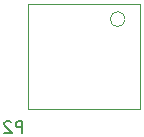
<source format=gbr>
G04 #@! TF.GenerationSoftware,KiCad,Pcbnew,7.0.11+dfsg-1build4*
G04 #@! TF.CreationDate,2025-06-25T18:53:50-04:00*
G04 #@! TF.ProjectId,pmod_1553,706d6f64-5f31-4353-9533-2e6b69636164,rev?*
G04 #@! TF.SameCoordinates,Original*
G04 #@! TF.FileFunction,Legend,Bot*
G04 #@! TF.FilePolarity,Positive*
%FSLAX46Y46*%
G04 Gerber Fmt 4.6, Leading zero omitted, Abs format (unit mm)*
G04 Created by KiCad (PCBNEW 7.0.11+dfsg-1build4) date 2025-06-25 18:53:50*
%MOMM*%
%LPD*%
G01*
G04 APERTURE LIST*
%ADD10C,0.150000*%
%ADD11C,0.120000*%
G04 APERTURE END LIST*
D10*
X174968094Y-96954819D02*
X174968094Y-95954819D01*
X174968094Y-95954819D02*
X174587142Y-95954819D01*
X174587142Y-95954819D02*
X174491904Y-96002438D01*
X174491904Y-96002438D02*
X174444285Y-96050057D01*
X174444285Y-96050057D02*
X174396666Y-96145295D01*
X174396666Y-96145295D02*
X174396666Y-96288152D01*
X174396666Y-96288152D02*
X174444285Y-96383390D01*
X174444285Y-96383390D02*
X174491904Y-96431009D01*
X174491904Y-96431009D02*
X174587142Y-96478628D01*
X174587142Y-96478628D02*
X174968094Y-96478628D01*
X174015713Y-96050057D02*
X173968094Y-96002438D01*
X173968094Y-96002438D02*
X173872856Y-95954819D01*
X173872856Y-95954819D02*
X173634761Y-95954819D01*
X173634761Y-95954819D02*
X173539523Y-96002438D01*
X173539523Y-96002438D02*
X173491904Y-96050057D01*
X173491904Y-96050057D02*
X173444285Y-96145295D01*
X173444285Y-96145295D02*
X173444285Y-96240533D01*
X173444285Y-96240533D02*
X173491904Y-96383390D01*
X173491904Y-96383390D02*
X174063332Y-96954819D01*
X174063332Y-96954819D02*
X173444285Y-96954819D01*
D11*
X183675000Y-87325000D02*
G75*
G03*
X182405000Y-87325000I-635000J0D01*
G01*
X182405000Y-87325000D02*
G75*
G03*
X183675000Y-87325000I635000J0D01*
G01*
X175420000Y-86055000D02*
X184945000Y-86055000D01*
X175420000Y-94945000D02*
X175420000Y-86055000D01*
X184945000Y-94945000D02*
X175420000Y-94945000D01*
X184945000Y-86055000D02*
X184945000Y-94945000D01*
M02*

</source>
